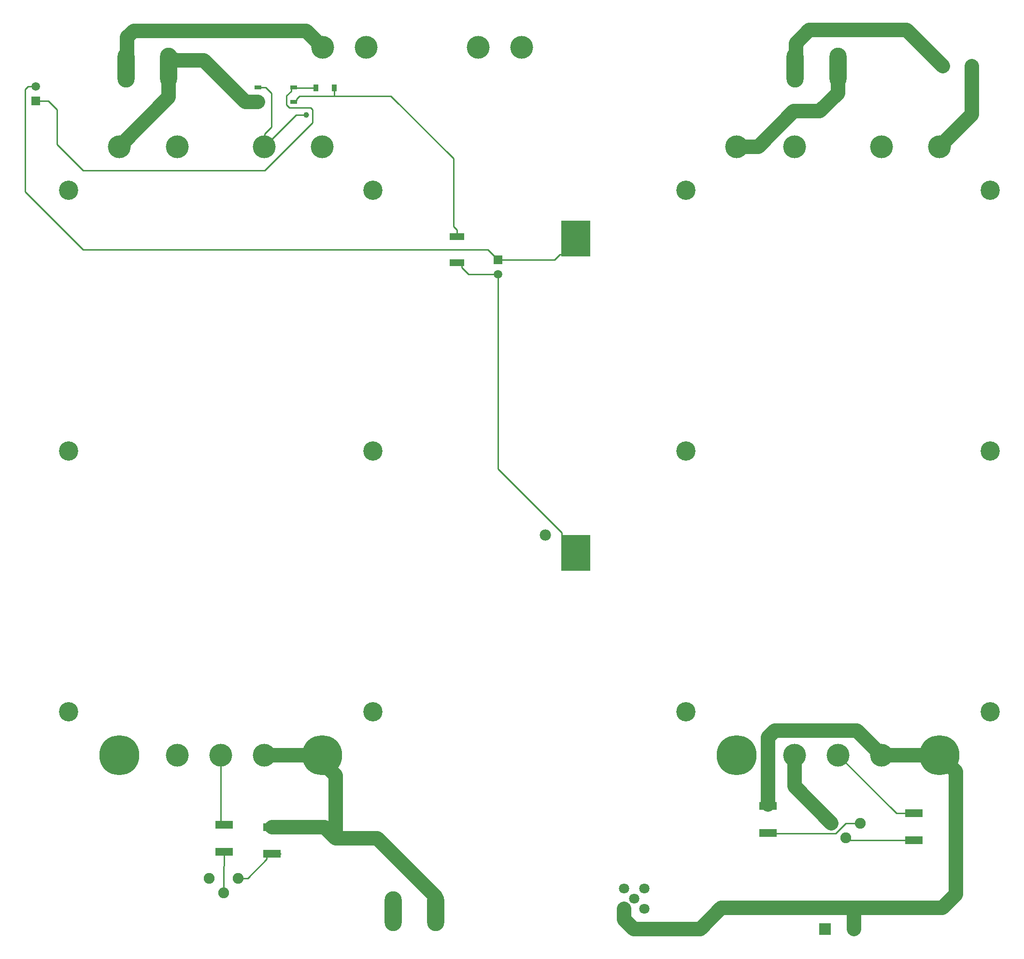
<source format=gtl>
G04*
G04 #@! TF.GenerationSoftware,Altium Limited,Altium Designer,19.0.15 (446)*
G04*
G04 Layer_Physical_Order=1*
G04 Layer_Color=255*
%FSLAX25Y25*%
%MOIN*%
G70*
G01*
G75*
%ADD12C,0.01000*%
%ADD16R,0.03583X0.04803*%
%ADD17R,0.12008X0.05512*%
%ADD18R,0.10465X0.04945*%
%ADD19R,0.20000X0.25000*%
%ADD20R,0.04724X0.03150*%
%ADD35C,0.07795*%
%ADD36C,0.10000*%
%ADD37C,0.05906*%
%ADD38R,0.05906X0.05906*%
%ADD39C,0.15748*%
%ADD40O,0.11811X0.27559*%
%ADD41R,0.08071X0.08071*%
%ADD42C,0.08071*%
%ADD43C,0.03937*%
%ADD44C,0.07500*%
%ADD45C,0.27559*%
%ADD46C,0.13307*%
%ADD47C,0.07874*%
%ADD48C,0.07087*%
D12*
X3000Y531000D02*
Y601500D01*
X5000Y603500D01*
X10500D01*
Y593500D02*
X19000D01*
X301000Y500059D02*
Y504500D01*
X3000Y531000D02*
X43000Y491000D01*
X322500D02*
X329500Y484000D01*
X43000Y491000D02*
X322500D01*
X373500Y292371D02*
Y295500D01*
X329500Y339500D02*
X373500Y295500D01*
X329500Y339500D02*
Y474000D01*
X373500Y292371D02*
X383000Y282871D01*
Y281457D02*
Y282871D01*
X304387Y478554D02*
X308941Y474000D01*
X304387Y478554D02*
Y479968D01*
X302414Y481941D02*
X304387Y479968D01*
X301000Y481941D02*
X302414D01*
X308941Y474000D02*
X329500D01*
X368457Y484000D02*
X372086Y487629D01*
X373500D01*
X383000Y497129D01*
Y498543D01*
X329500Y484000D02*
X368457D01*
X298700Y506800D02*
X301000Y504500D01*
X298700Y506800D02*
Y553800D01*
X190000Y584000D02*
X197000D01*
X168288Y562288D02*
X190000Y584000D01*
X201500Y578500D02*
Y587500D01*
X200000Y589000D02*
X201500Y587500D01*
X185500Y589000D02*
X200000D01*
X168500Y545500D02*
X201500Y578500D01*
X188402Y603000D02*
X188902Y602500D01*
X203563D01*
X216437Y597063D02*
X216500Y597000D01*
X216437Y597063D02*
Y602500D01*
X216500Y597000D02*
X255500D01*
X192402D02*
X216500D01*
X216437Y602500D02*
X216500Y602437D01*
X183500Y591000D02*
Y597270D01*
Y591000D02*
X185500Y589000D01*
X183500Y597270D02*
X186539Y600309D01*
Y601925D01*
X187614Y603000D01*
X188402D01*
X173000Y575500D02*
Y599000D01*
X169000Y603000D02*
X173000Y599000D01*
X163598Y603000D02*
X169000D01*
X168288Y570788D02*
X173000Y575500D01*
X168288Y562288D02*
Y570788D01*
X168000Y562000D02*
X168288Y562288D01*
X190264Y594862D02*
X192402Y597000D01*
X190264Y594075D02*
Y594862D01*
X189189Y593000D02*
X190264Y594075D01*
X188402Y593000D02*
X189189D01*
X255500Y597000D02*
X298700Y553800D01*
X150000Y57000D02*
X156752D01*
X169830Y70078D01*
Y71492D01*
X172086Y73748D01*
X173500D01*
X569500Y83248D02*
X616500D01*
X521000Y88000D02*
X562500D01*
X569500Y95000D01*
X579500D01*
X43000Y545500D02*
X168500D01*
X25000Y563500D02*
X43000Y545500D01*
X25000Y563500D02*
Y587500D01*
X19000Y593500D02*
X25000Y587500D01*
X138000Y93752D02*
Y142000D01*
X173500Y73748D02*
X179500D01*
X138000Y93752D02*
X140500D01*
X604248Y101752D02*
X616500D01*
X564000Y142000D02*
X604248Y101752D01*
X163500Y603000D02*
X163598D01*
X140500Y65600D02*
Y75248D01*
X140000Y65100D02*
X140500Y65600D01*
X140000Y47408D02*
Y65100D01*
D16*
X203563Y602500D02*
D03*
X216437D02*
D03*
D17*
X515602Y88248D02*
D03*
Y106752D02*
D03*
X616500Y101752D02*
D03*
Y83248D02*
D03*
X173500Y92252D02*
D03*
Y73748D02*
D03*
X140500Y93752D02*
D03*
Y75248D02*
D03*
D18*
X301000Y500059D02*
D03*
Y481941D02*
D03*
D19*
X383000Y281457D02*
D03*
Y498543D02*
D03*
D20*
X163598Y593000D02*
D03*
Y603000D02*
D03*
X188402D02*
D03*
Y593000D02*
D03*
D35*
X362094Y293957D02*
D03*
D36*
X102102Y621630D02*
X126370D01*
X102102D02*
X105839Y622130D01*
X102102Y621630D02*
Y622394D01*
Y616634D02*
Y621630D01*
Y596102D02*
Y616634D01*
Y622394D02*
X105839Y622130D01*
X103794Y620086D02*
X105839Y622130D01*
X68000Y562000D02*
X102102Y596102D01*
X126370Y621630D02*
X155000Y593000D01*
X73500Y612296D02*
Y637500D01*
X71606Y610402D02*
X73500Y612296D01*
Y637500D02*
X78000Y642000D01*
X196889D02*
X205245Y633643D01*
X78000Y642000D02*
X196889D01*
X611500Y642500D02*
X636343Y617657D01*
X544000Y642500D02*
X611500D01*
X534846Y633347D02*
X544000Y642500D01*
X574000Y36500D02*
X636000D01*
X483500D02*
X574000D01*
X574843Y35658D01*
Y22000D02*
Y35658D01*
X469000Y22000D02*
X483500Y36500D01*
X423000Y22000D02*
X469000Y22000D01*
X416500Y28500D02*
X423000Y22000D01*
X563988Y598988D02*
Y616500D01*
X551500Y586500D02*
X563988Y598988D01*
X533500Y586500D02*
X551500D01*
X509000Y562000D02*
X533500Y586500D01*
X494000Y562000D02*
X509000D01*
X534846Y616847D02*
Y633347D01*
X534500Y616500D02*
X534846Y616847D01*
X634000Y562000D02*
X656343Y584343D01*
Y617657D01*
X155000Y593000D02*
X163598D01*
X168000Y142000D02*
X208000D01*
Y137249D02*
Y142000D01*
Y137249D02*
X217500Y127749D01*
Y84500D02*
Y127749D01*
X209748Y92252D02*
X217500Y84500D01*
X173500Y92252D02*
X209748D01*
X217500Y84500D02*
X246000D01*
X286386Y34106D02*
Y44114D01*
X246000Y84500D02*
X286386Y44114D01*
X577000Y159000D02*
X594000Y142000D01*
X520500Y159000D02*
X577000D01*
X515602Y154102D02*
X520500Y159000D01*
X515602Y107756D02*
Y154102D01*
X534000Y120500D02*
X559500Y95000D01*
X594000Y142000D02*
X634000D01*
X416500Y28500D02*
Y36000D01*
X636000Y36500D02*
X645500Y46000D01*
X634000Y142000D02*
X645500Y130500D01*
Y46000D02*
Y130500D01*
X534000Y120500D02*
Y142000D01*
D37*
X10500Y603500D02*
D03*
X329500Y474000D02*
D03*
D38*
X10500Y593500D02*
D03*
X329500Y484000D02*
D03*
D39*
X208283Y630681D02*
D03*
X315803D02*
D03*
X345803D02*
D03*
X238283D02*
D03*
X494000Y562000D02*
D03*
X534000Y142000D02*
D03*
X564000D02*
D03*
X594000D02*
D03*
X534000Y562000D02*
D03*
X594000D02*
D03*
X634000D02*
D03*
X68000D02*
D03*
X108000Y142000D02*
D03*
X138000D02*
D03*
X168000D02*
D03*
X108000Y562000D02*
D03*
X168000D02*
D03*
X208000D02*
D03*
D40*
X563988Y616500D02*
D03*
X534500D02*
D03*
X72614Y616634D02*
D03*
X102102D02*
D03*
X286386Y34106D02*
D03*
X256898D02*
D03*
D41*
X555158Y22000D02*
D03*
D42*
X574843D02*
D03*
D43*
X217500Y84500D02*
D03*
X636000Y36500D02*
D03*
X197000Y584000D02*
D03*
D44*
X569500Y85000D02*
D03*
X579500Y95000D02*
D03*
X559500D02*
D03*
X140000Y47000D02*
D03*
X150000Y57000D02*
D03*
X130000D02*
D03*
D45*
X634000Y142000D02*
D03*
X494000D02*
D03*
X208000D02*
D03*
X68000D02*
D03*
D46*
X668921Y172000D02*
D03*
X459079Y352000D02*
D03*
X668921D02*
D03*
X459079Y172000D02*
D03*
X668921Y532000D02*
D03*
X459079D02*
D03*
X242921Y172000D02*
D03*
X33079Y352000D02*
D03*
X242921D02*
D03*
X33079Y172000D02*
D03*
X242921Y532000D02*
D03*
X33079D02*
D03*
D47*
X636343Y617657D02*
D03*
X656343D02*
D03*
D48*
X430419Y36000D02*
D03*
X416500D02*
D03*
Y49919D02*
D03*
X430419D02*
D03*
X423460Y42960D02*
D03*
M02*

</source>
